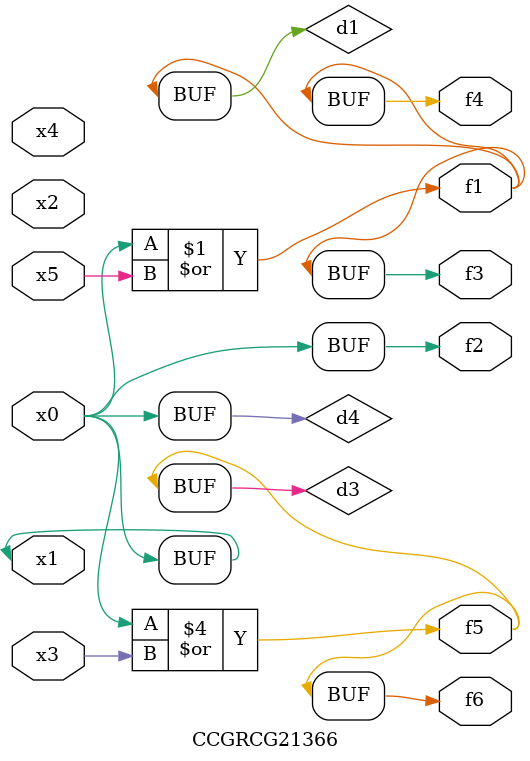
<source format=v>
module CCGRCG21366(
	input x0, x1, x2, x3, x4, x5,
	output f1, f2, f3, f4, f5, f6
);

	wire d1, d2, d3, d4;

	or (d1, x0, x5);
	xnor (d2, x1, x4);
	or (d3, x0, x3);
	buf (d4, x0, x1);
	assign f1 = d1;
	assign f2 = d4;
	assign f3 = d1;
	assign f4 = d1;
	assign f5 = d3;
	assign f6 = d3;
endmodule

</source>
